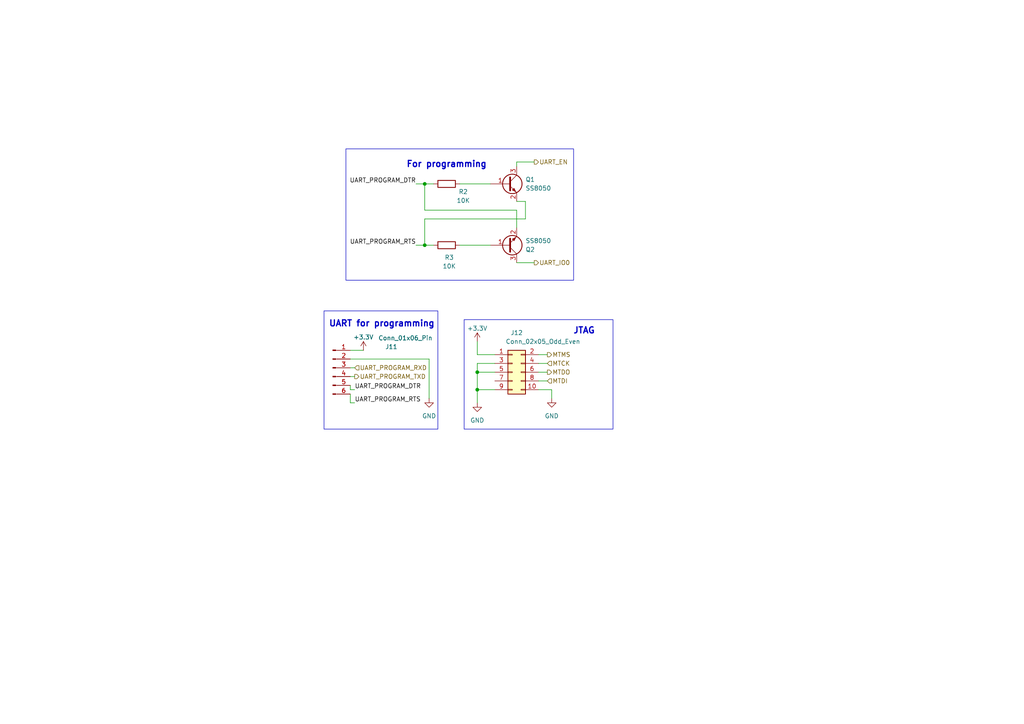
<source format=kicad_sch>
(kicad_sch (version 20231120) (generator "eeschema") (generator_version "8.0")
  (paper "A4")
  (lib_symbols
    (symbol "Connector:Conn_01x06_Pin" (pin_names (offset 1.016) hide)
      (property "Reference" "J" (at 0 7.62 0))
      (property "Value" "Conn_01x06_Pin" (at 0 -10.16 0))
      (symbol "Conn_01x06_Pin_1_1"
        (polyline (pts (xy 1.27 -7.62) (xy 0.8636 -7.62)) (stroke (width 0.1524)))
        (polyline (pts (xy 1.27 -5.08) (xy 0.8636 -5.08)) (stroke (width 0.1524)))
        (polyline (pts (xy 1.27 -2.54) (xy 0.8636 -2.54)) (stroke (width 0.1524)))
        (polyline (pts (xy 1.27 0) (xy 0.8636 0)) (stroke (width 0.1524)))
        (polyline (pts (xy 1.27 2.54) (xy 0.8636 2.54)) (stroke (width 0.1524)))
        (polyline (pts (xy 1.27 5.08) (xy 0.8636 5.08)) (stroke (width 0.1524)))
        (rectangle (start 0.8636 -7.493) (end 0 -7.747) (stroke (width 0.1524)) (fill (type outline)))
        (rectangle (start 0.8636 -4.953) (end 0 -5.207) (stroke (width 0.1524)) (fill (type outline)))
        (rectangle (start 0.8636 -2.413) (end 0 -2.667) (stroke (width 0.1524)) (fill (type outline)))
        (rectangle (start 0.8636 0.127) (end 0 -0.127) (stroke (width 0.1524)) (fill (type outline)))
        (rectangle (start 0.8636 2.667) (end 0 2.413) (stroke (width 0.1524)) (fill (type outline)))
        (rectangle (start 0.8636 5.207) (end 0 4.953) (stroke (width 0.1524)) (fill (type outline)))
        (pin passive line (at 5.08 5.08 180) (length 3.81) (name "Pin_1") (number "1"))
        (pin passive line (at 5.08 2.54 180) (length 3.81) (name "Pin_2") (number "2"))
        (pin passive line (at 5.08 0 180) (length 3.81) (name "Pin_3") (number "3"))
        (pin passive line (at 5.08 -2.54 180) (length 3.81) (name "Pin_4") (number "4"))
        (pin passive line (at 5.08 -5.08 180) (length 3.81) (name "Pin_5") (number "5"))
        (pin passive line (at 5.08 -7.62 180) (length 3.81) (name "Pin_6") (number "6"))
      )
    )
    (symbol "Connector_Generic:Conn_02x05_Odd_Even" (pin_names (offset 1.016) hide)
      (property "Reference" "J" (at 1.27 7.62 0))
      (property "Value" "Conn_02x05_Odd_Even" (at 1.27 -7.62 0))
      (symbol "Conn_02x05_Odd_Even_1_1"
        (rectangle (start -1.27 -4.953) (end 0 -5.207) (stroke (width 0.1524)))
        (rectangle (start -1.27 -2.413) (end 0 -2.667) (stroke (width 0.1524)))
        (rectangle (start -1.27 0.127) (end 0 -0.127) (stroke (width 0.1524)))
        (rectangle (start -1.27 2.667) (end 0 2.413) (stroke (width 0.1524)))
        (rectangle (start -1.27 5.207) (end 0 4.953) (stroke (width 0.1524)))
        (rectangle (start -1.27 6.35) (end 3.81 -6.35) (stroke (width 0.254)) (fill (type background)))
        (rectangle (start 3.81 -4.953) (end 2.54 -5.207) (stroke (width 0.1524)))
        (rectangle (start 3.81 -2.413) (end 2.54 -2.667) (stroke (width 0.1524)))
        (rectangle (start 3.81 0.127) (end 2.54 -0.127) (stroke (width 0.1524)))
        (rectangle (start 3.81 2.667) (end 2.54 2.413) (stroke (width 0.1524)))
        (rectangle (start 3.81 5.207) (end 2.54 4.953) (stroke (width 0.1524)))
        (pin passive line (at -5.08 5.08 0) (length 3.81) (name "Pin_1") (number "1"))
        (pin passive line (at 7.62 -5.08 180) (length 3.81) (name "Pin_10") (number "10"))
        (pin passive line (at 7.62 5.08 180) (length 3.81) (name "Pin_2") (number "2"))
        (pin passive line (at -5.08 2.54 0) (length 3.81) (name "Pin_3") (number "3"))
        (pin passive line (at 7.62 2.54 180) (length 3.81) (name "Pin_4") (number "4"))
        (pin passive line (at -5.08 0 0) (length 3.81) (name "Pin_5") (number "5"))
        (pin passive line (at 7.62 0 180) (length 3.81) (name "Pin_6") (number "6"))
        (pin passive line (at -5.08 -2.54 0) (length 3.81) (name "Pin_7") (number "7"))
        (pin passive line (at 7.62 -2.54 180) (length 3.81) (name "Pin_8") (number "8"))
        (pin passive line (at -5.08 -5.08 0) (length 3.81) (name "Pin_9") (number "9"))
      )
    )
    (symbol "Device:R" (pin_numbers hide) (pin_names (offset 0))
      (property "Reference" "R" (at 2.032 0 90))
      (property "Value" "R" (at 0 0 90))
      (symbol "R_0_1"
        (rectangle (start -1.016 -2.54) (end 1.016 2.54) (stroke (width 0.254)))
      )
      (symbol "R_1_1"
        (pin passive line (at 0 3.81 270) (length 1.27) (name "~") (number "1"))
        (pin passive line (at 0 -3.81 90) (length 1.27) (name "~") (number "2"))
      )
    )
    (symbol "Transistor_BJT:SS8050" (pin_names (offset 0) hide)
      (property "Reference" "Q" (at 5.08 1.905 0))
      (property "Value" "SS8050" (at 5.08 0 0))
      (symbol "SS8050_0_1"
        (polyline (pts (xy 0.635 0.635) (xy 2.54 2.54)))
        (polyline (pts (xy 0.635 -0.635) (xy 2.54 -2.54) (xy 2.54 -2.54)))
        (polyline (pts (xy 0.635 1.905) (xy 0.635 -1.905) (xy 0.635 -1.905)) (stroke (width 0.508)))
        (polyline (pts (xy 1.27 -1.778) (xy 1.778 -1.27) (xy 2.286 -2.286) (xy 1.27 -1.778) (xy 1.27 -1.778)) (fill (type outline)))
        (circle (center 1.27 0) (radius 2.8194) (stroke (width 0.254)))
      )
      (symbol "SS8050_1_1"
        (pin input line (at -5.08 0 0) (length 5.715) (name "B") (number "1"))
        (pin passive line (at 2.54 -5.08 90) (length 2.54) (name "E") (number "2"))
        (pin passive line (at 2.54 5.08 270) (length 2.54) (name "C") (number "3"))
      )
    )
    (symbol "power:+3.3V" (power) (pin_numbers hide) (pin_names (offset 0) hide)
      (property "Value" "+3.3V" (at 0 3.556 0))
      (symbol "+3.3V_0_1"
        (polyline (pts (xy -0.762 1.27) (xy 0 2.54)))
        (polyline (pts (xy 0 0) (xy 0 2.54)))
        (polyline (pts (xy 0 2.54) (xy 0.762 1.27)))
      )
      (symbol "+3.3V_1_1"
        (pin power_in line (at 0 0 90) (length 0) (name "~") (number "1"))
      )
    )
    (symbol "power:GND" (power) (pin_numbers hide) (pin_names (offset 0) hide)
      (property "Value" "GND" (at 0 -3.81 0))
      (symbol "GND_0_1"
        (polyline (pts (xy 0 0) (xy 0 -1.27) (xy 1.27 -1.27) (xy 0 -2.54) (xy -1.27 -1.27) (xy 0 -1.27)))
      )
      (symbol "GND_1_1"
        (pin power_in line (at 0 0 270) (length 0) (name "~") (number "1"))
      )
    )
  )
  (junction (at 123.19 71.12))
  (junction (at 123.19 53.34))
  (junction (at 138.43 113.03))
  (junction (at 138.43 107.95))
  (wire (pts (xy 138.43 113.03) (xy 138.43 116.84)))
  (wire (pts (xy 101.6 116.84) (xy 102.87 116.84)))
  (wire (pts (xy 149.86 46.99) (xy 149.86 48.26)))
  (wire (pts (xy 156.21 105.41) (xy 158.75 105.41)))
  (wire (pts (xy 156.21 113.03) (xy 160.02 113.03)))
  (wire (pts (xy 156.21 102.87) (xy 158.75 102.87)))
  (wire (pts (xy 156.21 110.49) (xy 158.75 110.49)))
  (wire (pts (xy 123.19 60.96) (xy 149.86 60.96)))
  (wire (pts (xy 101.6 101.6) (xy 105.41 101.6)))
  (wire (pts (xy 138.43 107.95) (xy 143.51 107.95)))
  (wire (pts (xy 138.43 113.03) (xy 143.51 113.03)))
  (wire (pts (xy 152.4 58.42) (xy 149.86 58.42)))
  (wire (pts (xy 101.6 113.03) (xy 101.6 111.76)))
  (wire (pts (xy 160.02 113.03) (xy 160.02 115.57)))
  (wire (pts (xy 124.46 104.14) (xy 124.46 115.57)))
  (wire (pts (xy 138.43 107.95) (xy 138.43 113.03)))
  (wire (pts (xy 143.51 105.41) (xy 138.43 105.41)))
  (wire (pts (xy 120.65 71.12) (xy 123.19 71.12)))
  (wire (pts (xy 123.19 71.12) (xy 125.73 71.12)))
  (wire (pts (xy 101.6 116.84) (xy 101.6 114.3)))
  (wire (pts (xy 149.86 60.96) (xy 149.86 66.04)))
  (wire (pts (xy 101.6 109.22) (xy 102.87 109.22)))
  (wire (pts (xy 133.35 71.12) (xy 142.24 71.12)))
  (wire (pts (xy 123.19 60.96) (xy 123.19 53.34)))
  (wire (pts (xy 120.65 53.34) (xy 123.19 53.34)))
  (wire (pts (xy 138.43 102.87) (xy 143.51 102.87)))
  (wire (pts (xy 152.4 63.5) (xy 152.4 58.42)))
  (wire (pts (xy 101.6 106.68) (xy 102.87 106.68)))
  (wire (pts (xy 101.6 104.14) (xy 124.46 104.14)))
  (wire (pts (xy 138.43 99.06) (xy 138.43 102.87)))
  (wire (pts (xy 133.35 53.34) (xy 142.24 53.34)))
  (wire (pts (xy 156.21 107.95) (xy 158.75 107.95)))
  (wire (pts (xy 149.86 76.2) (xy 154.94 76.2)))
  (wire (pts (xy 154.94 46.99) (xy 149.86 46.99)))
  (wire (pts (xy 123.19 63.5) (xy 152.4 63.5)))
  (wire (pts (xy 138.43 105.41) (xy 138.43 107.95)))
  (wire (pts (xy 123.19 53.34) (xy 125.73 53.34)))
  (wire (pts (xy 123.19 63.5) (xy 123.19 71.12)))
  (wire (pts (xy 101.6 113.03) (xy 102.87 113.03)))
  (rectangle (start 134.62 92.71) (end 177.8 124.46))
  (rectangle (start 93.98 90.17) (end 127 124.46))
  (rectangle (start 100.33 43.18) (end 166.37 81.28))
  (text "UART for programming\n" (at 110.744 93.98 0) (effects (font (size 1.778 1.778) (thickness 0.3556) (bold yes))))
  (text "For programming\n" (at 129.54 47.752 0) (effects (font (size 1.778 1.778) (thickness 0.3556) (bold yes))))
  (text "JTAG\n" (at 169.418 96.012 0) (effects (font (size 1.778 1.778) (thickness 0.3556) (bold yes))))
  (label "UART_PROGRAM_DTR" (at 102.87 113.03 0))
  (label "UART_PROGRAM_RTS" (at 102.87 116.84 0))
  (label "UART_PROGRAM_RTS" (at 120.65 71.12 180))
  (label "UART_PROGRAM_DTR" (at 120.65 53.34 180))
  (hierarchical_label "UART_PROGRAM_RXD" (shape input) (at 102.87 106.68 0))
  (hierarchical_label "UART_PROGRAM_TXD" (shape output) (at 102.87 109.22 0))
  (hierarchical_label "UART_IO0" (shape output) (at 154.94 76.2 0))
  (hierarchical_label "MTDI" (shape input) (at 158.75 110.49 0))
  (hierarchical_label "MTCK" (shape input) (at 158.75 105.41 0))
  (hierarchical_label "MTDO" (shape output) (at 158.75 107.95 0))
  (hierarchical_label "UART_EN" (shape output) (at 154.94 46.99 0))
  (hierarchical_label "MTMS" (shape output) (at 158.75 102.87 0))
  (symbol (lib_id "power:GND") (at 124.46 115.57 0) (unit 1)
    (property "Reference" "#PWR016" (effects (hide yes)))
    (property "Value" "GND" (at 124.46 120.65 0))
    (property "Description" "Power symbol creates a global label with name \"GND\" , ground" (effects (hide yes)))
  )
  (symbol (lib_id "power:GND") (at 138.43 116.84 0) (unit 1)
    (property "Reference" "#PWR034" (effects (hide yes)))
    (property "Value" "GND" (at 138.43 121.92 0))
    (property "Description" "Power symbol creates a global label with name \"GND\" , ground" (effects (hide yes)))
  )
  (symbol (lib_id "Device:R") (at 129.54 71.12 90) (unit 1)
    (property "Reference" "R3" (at 130.302 74.676 90))
    (property "Value" "10K" (at 130.302 77.216 90))
    (property "Footprint" "Resistor_SMD:R_0603_1608Metric" (effects (hide yes)))
    (property "Description" "Resistor" (effects (hide yes)))
  )
  (symbol (lib_id "Device:R") (at 129.54 53.34 90) (unit 1)
    (property "Reference" "R2" (at 134.366 55.626 90))
    (property "Value" "10K" (at 134.366 58.166 90))
    (property "Footprint" "Resistor_SMD:R_0603_1608Metric" (effects (hide yes)))
    (property "Description" "Resistor" (effects (hide yes)))
  )
  (symbol (lib_id "Connector_Generic:Conn_02x05_Odd_Even") (at 148.59 107.95 0) (unit 1)
    (property "Reference" "J12" (at 149.86 96.52 0))
    (property "Value" "Conn_02x05_Odd_Even" (at 157.48 99.06 0))
    (property "Footprint" "Connector_PinHeader_2.54mm:PinHeader_2x05_P2.54mm_Vertical" (effects (hide yes)))
    (property "Description" "Generic connector, double row, 02x05, odd/even pin numbering scheme (row 1 odd numbers, row 2 even numbers), script generated (kicad-library-utils/schlib/autogen/connector/)" (effects (hide yes)))
  )
  (symbol (lib_id "Connector:Conn_01x06_Pin") (at 96.52 106.68 0) (unit 1)
    (property "Reference" "J11" (at 115.316 100.584 0) (effects (justify right)))
    (property "Value" "Conn_01x06_Pin" (at 125.476 98.044 0) (effects (justify right)))
    (property "Footprint" "Connector_PinHeader_2.54mm:PinHeader_1x06_P2.54mm_Vertical" (effects (hide yes)))
    (property "Description" "Generic connector, single row, 01x06, script generated" (effects (hide yes)))
  )
  (symbol (lib_id "Transistor_BJT:SS8050") (at 147.32 71.12 0) (mirror x) (unit 1)
    (property "Reference" "Q2" (at 152.4 72.3901 0) (effects (justify left)))
    (property "Value" "SS8050" (at 152.4 69.8501 0) (effects (justify left)))
    (property "Footprint" "Package_TO_SOT_SMD:SOT-23" (effects (hide yes)))
    (property "Datasheet" "http://www.secosgmbh.com/datasheet/products/SSMPTransistor/SOT-23/SS8050.pdf" (effects (hide yes)))
    (property "Description" "General Purpose NPN Transistor, 1.5A Ic, 25V Vce, SOT-23" (effects (hide yes)))
  )
  (symbol (lib_id "power:+3.3V") (at 105.41 101.6 0) (unit 1)
    (property "Reference" "#PWR08" (effects (hide yes)))
    (property "Value" "+3.3V" (at 105.41 97.79 0))
    (property "Description" "Power symbol creates a global label with name \"+3.3V\"" (effects (hide yes)))
  )
  (symbol (lib_id "Transistor_BJT:SS8050") (at 147.32 53.34 0) (unit 1)
    (property "Reference" "Q1" (at 152.4 52.0699 0) (effects (justify left)))
    (property "Value" "SS8050" (at 152.4 54.6099 0) (effects (justify left)))
    (property "Footprint" "Package_TO_SOT_SMD:SOT-23" (effects (hide yes)))
    (property "Datasheet" "http://www.secosgmbh.com/datasheet/products/SSMPTransistor/SOT-23/SS8050.pdf" (effects (hide yes)))
    (property "Description" "General Purpose NPN Transistor, 1.5A Ic, 25V Vce, SOT-23" (effects (hide yes)))
  )
  (symbol (lib_id "power:GND") (at 160.02 115.57 0) (unit 1)
    (property "Reference" "#PWR035" (effects (hide yes)))
    (property "Value" "GND" (at 160.02 120.65 0))
    (property "Description" "Power symbol creates a global label with name \"GND\" , ground" (effects (hide yes)))
  )
  (symbol (lib_id "power:+3.3V") (at 138.43 99.06 0) (unit 1)
    (property "Reference" "#PWR026" (effects (hide yes)))
    (property "Value" "+3.3V" (at 138.43 95.25 0))
    (property "Description" "Power symbol creates a global label with name \"+3.3V\"" (effects (hide yes)))
  )
)
</source>
